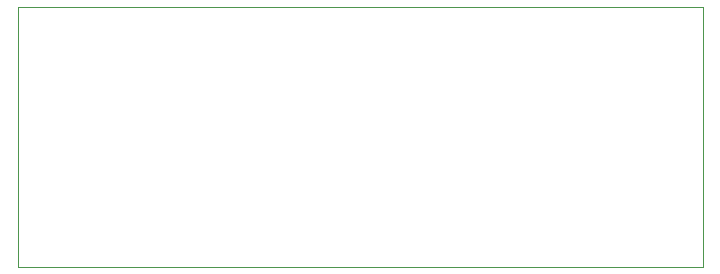
<source format=gbr>
%TF.GenerationSoftware,KiCad,Pcbnew,9.0.4*%
%TF.CreationDate,2025-10-01T23:04:10+01:00*%
%TF.ProjectId,vm_jacdaptor,766d5f6a-6163-4646-9170-746f722e6b69,0.3*%
%TF.SameCoordinates,PX58b1140PY3fe56c0*%
%TF.FileFunction,Other,User*%
%FSLAX45Y45*%
G04 Gerber Fmt 4.5, Leading zero omitted, Abs format (unit mm)*
G04 Created by KiCad (PCBNEW 9.0.4) date 2025-10-01 23:04:10*
%MOMM*%
%LPD*%
G01*
G04 APERTURE LIST*
%ADD10C,0.100000*%
%ADD11C,0.009990*%
%ADD12C,0.010710*%
%ADD13C,0.020780*%
%ADD14C,0.030680*%
%ADD15C,0.010740*%
%ADD16C,0.020680*%
%ADD17C,0.030950*%
%ADD18C,0.040800*%
%ADD19C,0.050870*%
%ADD20C,0.060820*%
%ADD21C,0.010820*%
%ADD22C,0.020690*%
%ADD23C,0.030830*%
%ADD24C,0.040690*%
%ADD25C,0.050840*%
%ADD26C,0.040680*%
%ADD27C,0.050650*%
%ADD28C,0.060840*%
%ADD29C,0.070650*%
%ADD30C,0.010830*%
%ADD31C,0.020870*%
%ADD32C,0.030670*%
%ADD33C,0.040760*%
%ADD34C,0.050750*%
%ADD35C,0.040730*%
%ADD36C,0.050790*%
%ADD37C,0.061260*%
%ADD38C,0.070560*%
%ADD39C,0.070490*%
%ADD40C,0.070540*%
%ADD41C,0.070510*%
%ADD42C,0.070500*%
%ADD43C,0.070480*%
%ADD44C,0.070520*%
%ADD45C,0.070550*%
%ADD46C,0.070530*%
G04 APERTURE END LIST*
D10*
X-2900000Y1100000D02*
X2900000Y1100000D01*
X2900000Y-1100000D01*
X-2900000Y-1100000D01*
X-2900000Y1100000D01*
D11*
%TO.C,GS3*%
X-400000Y-1100000D02*
X-400000Y-1100000D01*
D12*
X-400000Y-1100000D02*
X-400000Y-1100000D01*
D13*
X-400000Y-1100000D02*
X-400000Y-1100000D01*
D14*
X-400000Y-1100000D02*
X-400000Y-1100000D01*
D11*
%TO.C,GS1*%
X-100000Y-1100000D02*
X-100000Y-1100000D01*
D15*
X-100000Y-1100000D02*
X-100000Y-1100000D01*
D16*
X-100000Y-1100000D02*
X-100000Y-1100000D01*
D17*
X-100000Y-1100000D02*
X-100000Y-1100000D01*
D18*
X-100000Y-1100000D02*
X-100000Y-1100000D01*
D19*
X-100000Y-1100000D02*
X-100000Y-1100000D01*
D20*
X-100000Y-1100000D02*
X-100000Y-1100000D01*
D11*
%TO.C,GS14*%
X-500000Y-1100000D02*
X-500000Y-1100000D01*
D21*
X-500000Y-1100000D02*
X-500000Y-1100000D01*
D22*
X-500000Y-1100000D02*
X-500000Y-1100000D01*
D23*
X-500000Y-1100000D02*
X-500000Y-1100000D01*
D24*
X-500000Y-1100000D02*
X-500000Y-1100000D01*
D25*
X-500000Y-1100000D02*
X-500000Y-1100000D01*
D11*
%TO.C,GS2*%
X700000Y-1100000D02*
X700000Y-1100000D01*
D15*
X700000Y-1100000D02*
X700000Y-1100000D01*
D16*
X700000Y-1100000D02*
X700000Y-1100000D01*
D17*
X700000Y-1100000D02*
X700000Y-1100000D01*
D26*
X700000Y-1100000D02*
X700000Y-1100000D01*
D27*
X700000Y-1100000D02*
X700000Y-1100000D01*
D28*
X700000Y-1100000D02*
X700000Y-1100000D01*
D29*
X700000Y-1100000D02*
X700000Y-1100000D01*
D11*
%TO.C,GS13*%
X-600000Y-1100000D02*
X-600000Y-1100000D01*
D30*
X-600000Y-1100000D02*
X-600000Y-1100000D01*
D31*
X-600000Y-1100000D02*
X-600000Y-1100000D01*
D32*
X-600000Y-1100000D02*
X-600000Y-1100000D01*
D33*
X-600000Y-1100000D02*
X-600000Y-1100000D01*
D34*
X-600000Y-1100000D02*
X-600000Y-1100000D01*
D11*
%TO.C,GS12*%
X600000Y-1100000D02*
X600000Y-1100000D01*
D30*
X600000Y-1100000D02*
X600000Y-1100000D01*
D31*
X600000Y-1100000D02*
X600000Y-1100000D01*
D14*
X600000Y-1100000D02*
X600000Y-1100000D01*
D35*
X600000Y-1100000D02*
X600000Y-1100000D01*
D36*
X600000Y-1100000D02*
X600000Y-1100000D01*
D37*
X600000Y-1100000D02*
X600000Y-1100000D01*
D38*
X600000Y-1100000D02*
X600000Y-1100000D01*
D11*
%TO.C,GS5*%
X-200000Y-1100000D02*
X-200000Y-1100000D01*
D30*
X-200000Y-1100000D02*
X-200000Y-1100000D01*
D31*
X-200000Y-1100000D02*
X-200000Y-1100000D01*
D14*
X-200000Y-1100000D02*
X-200000Y-1100000D01*
D35*
X-200000Y-1100000D02*
X-200000Y-1100000D01*
D36*
X-200000Y-1100000D02*
X-200000Y-1100000D01*
D37*
X-200000Y-1100000D02*
X-200000Y-1100000D01*
D39*
X-200000Y-1100000D02*
X-200000Y-1100000D01*
D11*
%TO.C,GS10*%
X400000Y-1100000D02*
X400000Y-1100000D01*
D30*
X400000Y-1100000D02*
X400000Y-1100000D01*
D31*
X400000Y-1100000D02*
X400000Y-1100000D01*
D14*
X400000Y-1100000D02*
X400000Y-1100000D01*
D35*
X400000Y-1100000D02*
X400000Y-1100000D01*
D36*
X400000Y-1100000D02*
X400000Y-1100000D01*
D37*
X400000Y-1100000D02*
X400000Y-1100000D01*
D40*
X400000Y-1100000D02*
X400000Y-1100000D01*
D11*
%TO.C,GS7*%
X100000Y-1100000D02*
X100000Y-1100000D01*
D30*
X100000Y-1100000D02*
X100000Y-1100000D01*
D31*
X100000Y-1100000D02*
X100000Y-1100000D01*
D14*
X100000Y-1100000D02*
X100000Y-1100000D01*
D35*
X100000Y-1100000D02*
X100000Y-1100000D01*
D36*
X100000Y-1100000D02*
X100000Y-1100000D01*
D37*
X100000Y-1100000D02*
X100000Y-1100000D01*
D41*
X100000Y-1100000D02*
X100000Y-1100000D01*
D11*
%TO.C,GS6*%
X0Y-1100000D02*
X0Y-1100000D01*
D30*
X0Y-1100000D02*
X0Y-1100000D01*
D31*
X0Y-1100000D02*
X0Y-1100000D01*
D14*
X0Y-1100000D02*
X0Y-1100000D01*
D35*
X0Y-1100000D02*
X0Y-1100000D01*
D36*
X0Y-1100000D02*
X0Y-1100000D01*
D37*
X0Y-1100000D02*
X0Y-1100000D01*
D42*
X0Y-1100000D02*
X0Y-1100000D01*
D11*
%TO.C,GS4*%
X-300000Y-1100000D02*
X-300000Y-1100000D01*
D30*
X-300000Y-1100000D02*
X-300000Y-1100000D01*
D31*
X-300000Y-1100000D02*
X-300000Y-1100000D01*
D14*
X-300000Y-1100000D02*
X-300000Y-1100000D01*
D35*
X-300000Y-1100000D02*
X-300000Y-1100000D01*
D36*
X-300000Y-1100000D02*
X-300000Y-1100000D01*
D37*
X-300000Y-1100000D02*
X-300000Y-1100000D01*
D43*
X-300000Y-1100000D02*
X-300000Y-1100000D01*
D11*
%TO.C,GS8*%
X200000Y-1100000D02*
X200000Y-1100000D01*
D30*
X200000Y-1100000D02*
X200000Y-1100000D01*
D31*
X200000Y-1100000D02*
X200000Y-1100000D01*
D14*
X200000Y-1100000D02*
X200000Y-1100000D01*
D35*
X200000Y-1100000D02*
X200000Y-1100000D01*
D36*
X200000Y-1100000D02*
X200000Y-1100000D01*
D37*
X200000Y-1100000D02*
X200000Y-1100000D01*
D44*
X200000Y-1100000D02*
X200000Y-1100000D01*
D11*
%TO.C,GS11*%
X500000Y-1100000D02*
X500000Y-1100000D01*
D30*
X500000Y-1100000D02*
X500000Y-1100000D01*
D31*
X500000Y-1100000D02*
X500000Y-1100000D01*
D14*
X500000Y-1100000D02*
X500000Y-1100000D01*
D35*
X500000Y-1100000D02*
X500000Y-1100000D01*
D36*
X500000Y-1100000D02*
X500000Y-1100000D01*
D37*
X500000Y-1100000D02*
X500000Y-1100000D01*
D45*
X500000Y-1100000D02*
X500000Y-1100000D01*
D11*
%TO.C,GS9*%
X300000Y-1100000D02*
X300000Y-1100000D01*
D30*
X300000Y-1100000D02*
X300000Y-1100000D01*
D31*
X300000Y-1100000D02*
X300000Y-1100000D01*
D14*
X300000Y-1100000D02*
X300000Y-1100000D01*
D35*
X300000Y-1100000D02*
X300000Y-1100000D01*
D36*
X300000Y-1100000D02*
X300000Y-1100000D01*
D37*
X300000Y-1100000D02*
X300000Y-1100000D01*
D46*
X300000Y-1100000D02*
X300000Y-1100000D01*
%TD*%
M02*

</source>
